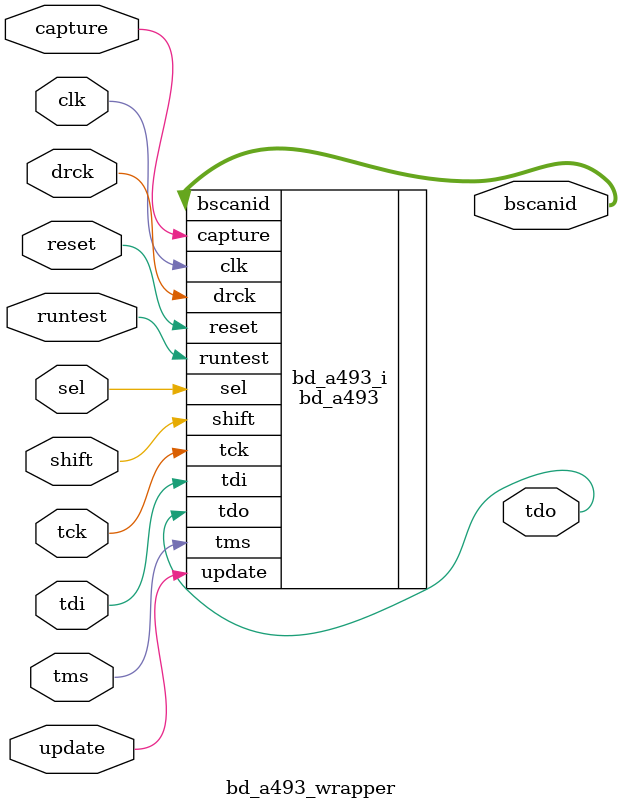
<source format=v>
`timescale 1 ps / 1 ps

module bd_a493_wrapper
   (bscanid,
    capture,
    clk,
    drck,
    reset,
    runtest,
    sel,
    shift,
    tck,
    tdi,
    tdo,
    tms,
    update);
  output [31:0]bscanid;
  input capture;
  input clk;
  input drck;
  input reset;
  input runtest;
  input sel;
  input shift;
  input tck;
  input tdi;
  output tdo;
  input tms;
  input update;

  wire [31:0]bscanid;
  wire capture;
  wire clk;
  wire drck;
  wire reset;
  wire runtest;
  wire sel;
  wire shift;
  wire tck;
  wire tdi;
  wire tdo;
  wire tms;
  wire update;

  bd_a493 bd_a493_i
       (.bscanid(bscanid),
        .capture(capture),
        .clk(clk),
        .drck(drck),
        .reset(reset),
        .runtest(runtest),
        .sel(sel),
        .shift(shift),
        .tck(tck),
        .tdi(tdi),
        .tdo(tdo),
        .tms(tms),
        .update(update));
endmodule

</source>
